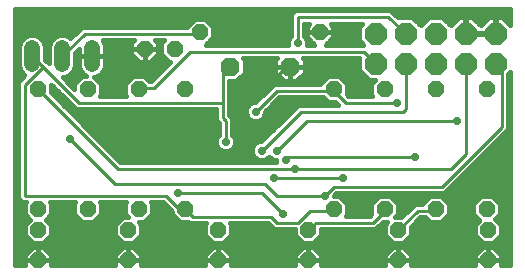
<source format=gbl>
G75*
%MOIN*%
%OFA0B0*%
%FSLAX25Y25*%
%IPPOS*%
%LPD*%
%AMOC8*
5,1,8,0,0,1.08239X$1,22.5*
%
%ADD10OC8,0.06300*%
%ADD11OC8,0.05200*%
%ADD12OC8,0.07400*%
%ADD13C,0.05200*%
%ADD14C,0.01000*%
%ADD15C,0.02800*%
%ADD16C,0.01600*%
%ADD17C,0.03569*%
%ADD18C,0.01200*%
D10*
X0089330Y0072582D03*
X0109330Y0072582D03*
D11*
X0123830Y0065082D03*
X0140830Y0065082D03*
X0157830Y0065082D03*
X0174830Y0065082D03*
X0119330Y0084082D03*
X0079330Y0084082D03*
X0070830Y0078582D03*
X0060830Y0078582D03*
X0058830Y0065082D03*
X0074330Y0065082D03*
X0041830Y0065082D03*
X0025330Y0065082D03*
X0025330Y0025082D03*
X0025330Y0018082D03*
X0041830Y0025082D03*
X0055330Y0018082D03*
X0058830Y0025082D03*
X0074330Y0025082D03*
X0085330Y0018082D03*
X0085330Y0008082D03*
X0115330Y0008082D03*
X0115330Y0018082D03*
X0123830Y0025082D03*
X0140830Y0025082D03*
X0145330Y0018082D03*
X0157830Y0025082D03*
X0174830Y0025082D03*
X0175330Y0018082D03*
X0175330Y0008082D03*
X0145330Y0008082D03*
X0055330Y0008082D03*
X0025330Y0008082D03*
D12*
X0137830Y0073582D03*
X0147830Y0073582D03*
X0157830Y0073582D03*
X0167830Y0073582D03*
X0177830Y0073582D03*
X0177830Y0083582D03*
X0167830Y0083582D03*
X0157830Y0083582D03*
X0147830Y0083582D03*
X0137830Y0083582D03*
D13*
X0043330Y0078682D02*
X0043330Y0073482D01*
X0033330Y0073482D02*
X0033330Y0078682D01*
X0023330Y0078682D02*
X0023330Y0073482D01*
D14*
X0023330Y0076082D02*
X0026830Y0072582D01*
X0020830Y0066582D01*
X0020830Y0029582D01*
X0067830Y0029582D01*
X0071830Y0025582D01*
X0073830Y0025582D01*
X0074330Y0025082D01*
X0076830Y0022582D01*
X0102830Y0022582D01*
X0104830Y0020582D01*
X0111830Y0020582D01*
X0115830Y0024582D01*
X0123830Y0024582D01*
X0123830Y0025082D01*
X0120830Y0029582D02*
X0104830Y0029582D01*
X0100830Y0033582D01*
X0050830Y0033582D01*
X0035830Y0048582D01*
X0051830Y0038582D02*
X0025330Y0065082D01*
X0026830Y0072582D02*
X0038830Y0060582D01*
X0086830Y0060582D01*
X0086830Y0055582D01*
X0087830Y0054582D01*
X0087830Y0047582D01*
X0099830Y0044582D02*
X0112830Y0057582D01*
X0146830Y0057582D01*
X0147830Y0058582D01*
X0147830Y0073582D01*
X0137830Y0073582D02*
X0133830Y0077582D01*
X0075830Y0077582D01*
X0063830Y0065582D01*
X0058830Y0065582D01*
X0058830Y0065082D01*
X0040830Y0083582D02*
X0033330Y0076082D01*
X0040830Y0083582D02*
X0078830Y0083582D01*
X0079330Y0084082D01*
X0086830Y0072582D02*
X0089330Y0072582D01*
X0086830Y0072582D02*
X0086830Y0060582D01*
X0090830Y0055582D02*
X0107830Y0072582D01*
X0109330Y0072582D01*
X0111830Y0080582D02*
X0111830Y0089082D01*
X0141830Y0089082D01*
X0147830Y0083582D01*
X0167830Y0073582D02*
X0167830Y0043582D01*
X0162830Y0038582D01*
X0110830Y0038582D01*
X0051830Y0038582D01*
X0071830Y0030582D02*
X0099830Y0030582D01*
X0106830Y0023582D01*
X0115330Y0018082D02*
X0117830Y0020582D01*
X0136830Y0020582D01*
X0140830Y0024582D01*
X0140830Y0025082D01*
X0145330Y0018082D02*
X0151830Y0024582D01*
X0157830Y0024582D01*
X0157830Y0025082D01*
X0159830Y0032582D02*
X0179830Y0052582D01*
X0179830Y0073582D01*
X0177830Y0073582D01*
X0144830Y0060582D02*
X0127830Y0060582D01*
X0123830Y0064582D01*
X0123830Y0065082D01*
X0123830Y0064582D02*
X0104830Y0064582D01*
X0097830Y0057582D01*
X0104830Y0044582D02*
X0114830Y0054582D01*
X0164830Y0054582D01*
X0150830Y0042582D02*
X0108830Y0042582D01*
X0107830Y0041582D01*
X0103830Y0035582D02*
X0126830Y0035582D01*
X0123830Y0032582D02*
X0159830Y0032582D01*
X0123830Y0032582D02*
X0120830Y0029582D01*
D15*
X0120830Y0029582D03*
X0126830Y0035582D03*
X0110830Y0038582D03*
X0107830Y0041582D03*
X0104830Y0044582D03*
X0099830Y0044582D03*
X0087830Y0047582D03*
X0090830Y0055582D03*
X0097830Y0057582D03*
X0103830Y0035582D03*
X0106830Y0023582D03*
X0071830Y0030582D03*
X0035830Y0048582D03*
X0111830Y0080582D03*
X0144830Y0060582D03*
X0164830Y0054582D03*
X0150830Y0042582D03*
D16*
X0017630Y0006382D02*
X0017630Y0091743D01*
X0182730Y0091743D01*
X0182730Y0086460D01*
X0180108Y0089082D01*
X0178030Y0089082D01*
X0178030Y0083782D01*
X0177630Y0083782D01*
X0177630Y0083382D01*
X0172330Y0083382D01*
X0168030Y0083382D01*
X0168030Y0083782D01*
X0177630Y0083782D01*
X0177630Y0089082D01*
X0175551Y0089082D01*
X0172830Y0086361D01*
X0170108Y0089082D01*
X0168030Y0089082D01*
X0168030Y0083782D01*
X0167630Y0083782D01*
X0167630Y0089082D01*
X0165551Y0089082D01*
X0162830Y0086361D01*
X0160108Y0089082D01*
X0155551Y0089082D01*
X0152830Y0086361D01*
X0150108Y0089082D01*
X0145551Y0089082D01*
X0145399Y0088930D01*
X0143421Y0090744D01*
X0142782Y0091382D01*
X0142724Y0091382D01*
X0142681Y0091422D01*
X0141780Y0091382D01*
X0110877Y0091382D01*
X0109530Y0090035D01*
X0109530Y0082808D01*
X0109117Y0082395D01*
X0108630Y0081219D01*
X0108630Y0079946D01*
X0108656Y0079882D01*
X0081352Y0079882D01*
X0083730Y0082260D01*
X0083730Y0085905D01*
X0081152Y0088482D01*
X0077507Y0088482D01*
X0074930Y0085905D01*
X0074930Y0085882D01*
X0039877Y0085882D01*
X0038530Y0084535D01*
X0036115Y0082120D01*
X0035822Y0082413D01*
X0034205Y0083082D01*
X0032454Y0083082D01*
X0030837Y0082413D01*
X0029599Y0081175D01*
X0028930Y0079558D01*
X0028930Y0073735D01*
X0027782Y0074882D01*
X0027730Y0074935D01*
X0027730Y0079558D01*
X0027060Y0081175D01*
X0025822Y0082413D01*
X0024205Y0083082D01*
X0022454Y0083082D01*
X0020837Y0082413D01*
X0019599Y0081175D01*
X0018930Y0079558D01*
X0018930Y0072607D01*
X0019599Y0070990D01*
X0020792Y0069797D01*
X0019877Y0068882D01*
X0018530Y0067535D01*
X0018530Y0028630D01*
X0019877Y0027282D01*
X0021307Y0027282D01*
X0020930Y0026905D01*
X0020930Y0023260D01*
X0022607Y0021582D01*
X0020930Y0019905D01*
X0020930Y0016260D01*
X0023507Y0013682D01*
X0027152Y0013682D01*
X0029730Y0016260D01*
X0029730Y0019905D01*
X0028052Y0021582D01*
X0029730Y0023260D01*
X0029730Y0026905D01*
X0029352Y0027282D01*
X0037807Y0027282D01*
X0037430Y0026905D01*
X0037430Y0023260D01*
X0040007Y0020682D01*
X0043652Y0020682D01*
X0046230Y0023260D01*
X0046230Y0026905D01*
X0045852Y0027282D01*
X0054807Y0027282D01*
X0054430Y0026905D01*
X0054430Y0023260D01*
X0055207Y0022482D01*
X0053507Y0022482D01*
X0050930Y0019905D01*
X0050930Y0016260D01*
X0053507Y0013682D01*
X0057152Y0013682D01*
X0059730Y0016260D01*
X0059730Y0019905D01*
X0058952Y0020682D01*
X0060652Y0020682D01*
X0063230Y0023260D01*
X0063230Y0026905D01*
X0062852Y0027282D01*
X0066877Y0027282D01*
X0069530Y0024630D01*
X0069930Y0024230D01*
X0069930Y0023260D01*
X0072507Y0020682D01*
X0075477Y0020682D01*
X0075877Y0020282D01*
X0081307Y0020282D01*
X0080930Y0019905D01*
X0080930Y0016260D01*
X0083507Y0013682D01*
X0087152Y0013682D01*
X0089730Y0016260D01*
X0089730Y0019905D01*
X0089352Y0020282D01*
X0101877Y0020282D01*
X0102530Y0019630D01*
X0103877Y0018282D01*
X0110930Y0018282D01*
X0110930Y0016260D01*
X0113507Y0013682D01*
X0117152Y0013682D01*
X0119730Y0016260D01*
X0119730Y0018282D01*
X0137782Y0018282D01*
X0140182Y0020682D01*
X0141707Y0020682D01*
X0140930Y0019905D01*
X0140930Y0016260D01*
X0143507Y0013682D01*
X0147152Y0013682D01*
X0149730Y0016260D01*
X0149730Y0019230D01*
X0152782Y0022282D01*
X0154407Y0022282D01*
X0156007Y0020682D01*
X0159652Y0020682D01*
X0162230Y0023260D01*
X0162230Y0026905D01*
X0159652Y0029482D01*
X0156007Y0029482D01*
X0153430Y0026905D01*
X0153430Y0026882D01*
X0150877Y0026882D01*
X0149530Y0025535D01*
X0146477Y0022482D01*
X0144452Y0022482D01*
X0145230Y0023260D01*
X0145230Y0026905D01*
X0142652Y0029482D01*
X0139007Y0029482D01*
X0136430Y0026905D01*
X0136430Y0023435D01*
X0135877Y0022882D01*
X0127852Y0022882D01*
X0128230Y0023260D01*
X0128230Y0026905D01*
X0125652Y0029482D01*
X0124030Y0029482D01*
X0124030Y0029530D01*
X0124782Y0030282D01*
X0160782Y0030282D01*
X0180782Y0050282D01*
X0182130Y0051630D01*
X0182130Y0070104D01*
X0182730Y0070705D01*
X0182730Y0006382D01*
X0179730Y0006382D01*
X0179730Y0008082D01*
X0175330Y0008082D01*
X0175330Y0008082D01*
X0179730Y0008082D01*
X0179730Y0009905D01*
X0177152Y0012482D01*
X0175330Y0012482D01*
X0175330Y0008083D01*
X0175330Y0008083D01*
X0175330Y0012482D01*
X0173507Y0012482D01*
X0170930Y0009905D01*
X0170930Y0008082D01*
X0170930Y0006382D01*
X0149730Y0006382D01*
X0149730Y0008082D01*
X0145330Y0008082D01*
X0145330Y0008082D01*
X0149730Y0008082D01*
X0149730Y0009905D01*
X0147152Y0012482D01*
X0145330Y0012482D01*
X0145330Y0008083D01*
X0145330Y0008083D01*
X0145330Y0012482D01*
X0143507Y0012482D01*
X0140930Y0009905D01*
X0140930Y0008082D01*
X0140930Y0006382D01*
X0119730Y0006382D01*
X0119730Y0008082D01*
X0115330Y0008082D01*
X0115330Y0008082D01*
X0119730Y0008082D01*
X0119730Y0009905D01*
X0117152Y0012482D01*
X0115330Y0012482D01*
X0115330Y0008083D01*
X0115330Y0008083D01*
X0115330Y0012482D01*
X0113507Y0012482D01*
X0110930Y0009905D01*
X0110930Y0008082D01*
X0110930Y0006382D01*
X0089730Y0006382D01*
X0089730Y0008082D01*
X0085330Y0008082D01*
X0085330Y0008082D01*
X0089730Y0008082D01*
X0089730Y0009905D01*
X0087152Y0012482D01*
X0085330Y0012482D01*
X0085330Y0008083D01*
X0085330Y0008083D01*
X0085330Y0012482D01*
X0083507Y0012482D01*
X0080930Y0009905D01*
X0080930Y0008082D01*
X0080930Y0006382D01*
X0059730Y0006382D01*
X0059730Y0008082D01*
X0055330Y0008082D01*
X0055330Y0008082D01*
X0059730Y0008082D01*
X0059730Y0009905D01*
X0057152Y0012482D01*
X0055330Y0012482D01*
X0055330Y0008083D01*
X0055330Y0008083D01*
X0055330Y0012482D01*
X0053507Y0012482D01*
X0050930Y0009905D01*
X0050930Y0008082D01*
X0050930Y0006382D01*
X0029730Y0006382D01*
X0029730Y0008082D01*
X0025330Y0008082D01*
X0025330Y0008082D01*
X0029730Y0008082D01*
X0029730Y0009905D01*
X0027152Y0012482D01*
X0025330Y0012482D01*
X0025330Y0008083D01*
X0025330Y0008083D01*
X0025330Y0012482D01*
X0023507Y0012482D01*
X0020930Y0009905D01*
X0020930Y0008082D01*
X0020930Y0006382D01*
X0017630Y0006382D01*
X0017630Y0006779D02*
X0020930Y0006779D01*
X0020930Y0008082D02*
X0025329Y0008082D01*
X0025329Y0008082D01*
X0020930Y0008082D01*
X0020930Y0008378D02*
X0017630Y0008378D01*
X0017630Y0009976D02*
X0021001Y0009976D01*
X0022600Y0011575D02*
X0017630Y0011575D01*
X0017630Y0013173D02*
X0182730Y0013173D01*
X0182730Y0011575D02*
X0178060Y0011575D01*
X0175330Y0011575D02*
X0175330Y0011575D01*
X0175330Y0009976D02*
X0175330Y0009976D01*
X0175330Y0008378D02*
X0175330Y0008378D01*
X0175329Y0008082D02*
X0175329Y0008082D01*
X0170930Y0008082D01*
X0175329Y0008082D01*
X0170930Y0008378D02*
X0149730Y0008378D01*
X0149730Y0006779D02*
X0170930Y0006779D01*
X0171001Y0009976D02*
X0149658Y0009976D01*
X0148060Y0011575D02*
X0172600Y0011575D01*
X0173507Y0013682D02*
X0177152Y0013682D01*
X0179730Y0016260D01*
X0179730Y0019905D01*
X0177802Y0021832D01*
X0179230Y0023260D01*
X0179230Y0026905D01*
X0176652Y0029482D01*
X0173007Y0029482D01*
X0170430Y0026905D01*
X0170430Y0023260D01*
X0172357Y0021332D01*
X0170930Y0019905D01*
X0170930Y0016260D01*
X0173507Y0013682D01*
X0172417Y0014772D02*
X0148242Y0014772D01*
X0149730Y0016370D02*
X0170930Y0016370D01*
X0170930Y0017969D02*
X0149730Y0017969D01*
X0150067Y0019568D02*
X0170930Y0019568D01*
X0172191Y0021166D02*
X0160136Y0021166D01*
X0161734Y0022765D02*
X0170925Y0022765D01*
X0170430Y0024363D02*
X0162230Y0024363D01*
X0162230Y0025962D02*
X0170430Y0025962D01*
X0171085Y0027560D02*
X0161574Y0027560D01*
X0159976Y0029159D02*
X0172683Y0029159D01*
X0176976Y0029159D02*
X0182730Y0029159D01*
X0182730Y0030757D02*
X0161257Y0030757D01*
X0162855Y0032356D02*
X0182730Y0032356D01*
X0182730Y0033954D02*
X0164454Y0033954D01*
X0166053Y0035553D02*
X0182730Y0035553D01*
X0182730Y0037151D02*
X0167651Y0037151D01*
X0169250Y0038750D02*
X0182730Y0038750D01*
X0182730Y0040348D02*
X0170848Y0040348D01*
X0172447Y0041947D02*
X0182730Y0041947D01*
X0182730Y0043545D02*
X0174045Y0043545D01*
X0175644Y0045144D02*
X0182730Y0045144D01*
X0182730Y0046742D02*
X0177242Y0046742D01*
X0178841Y0048341D02*
X0182730Y0048341D01*
X0182730Y0049939D02*
X0180439Y0049939D01*
X0182038Y0051538D02*
X0182730Y0051538D01*
X0182730Y0053136D02*
X0182130Y0053136D01*
X0182130Y0054735D02*
X0182730Y0054735D01*
X0182730Y0056333D02*
X0182130Y0056333D01*
X0182130Y0057932D02*
X0182730Y0057932D01*
X0182730Y0059530D02*
X0182130Y0059530D01*
X0182130Y0061129D02*
X0182730Y0061129D01*
X0182730Y0062727D02*
X0182130Y0062727D01*
X0182130Y0064326D02*
X0182730Y0064326D01*
X0182730Y0065924D02*
X0182130Y0065924D01*
X0182130Y0067523D02*
X0182730Y0067523D01*
X0182730Y0069121D02*
X0182130Y0069121D01*
X0177630Y0083508D02*
X0168030Y0083508D01*
X0168030Y0085106D02*
X0167630Y0085106D01*
X0167630Y0086705D02*
X0168030Y0086705D01*
X0168030Y0088303D02*
X0167630Y0088303D01*
X0164773Y0088303D02*
X0160887Y0088303D01*
X0162485Y0086705D02*
X0163174Y0086705D01*
X0154773Y0088303D02*
X0150887Y0088303D01*
X0152485Y0086705D02*
X0153174Y0086705D01*
X0144339Y0089902D02*
X0182730Y0089902D01*
X0182730Y0091501D02*
X0017630Y0091501D01*
X0017630Y0089902D02*
X0109530Y0089902D01*
X0109530Y0088303D02*
X0081331Y0088303D01*
X0082930Y0086705D02*
X0109530Y0086705D01*
X0109530Y0085106D02*
X0083730Y0085106D01*
X0083730Y0083508D02*
X0109530Y0083508D01*
X0108916Y0081909D02*
X0083379Y0081909D01*
X0081781Y0080311D02*
X0108630Y0080311D01*
X0114130Y0082808D02*
X0114130Y0086782D01*
X0115807Y0086782D01*
X0114930Y0085905D01*
X0114930Y0084082D01*
X0114930Y0082260D01*
X0117307Y0079882D01*
X0115003Y0079882D01*
X0115030Y0079946D01*
X0115030Y0081219D01*
X0114542Y0082395D01*
X0114130Y0082808D01*
X0114130Y0083508D02*
X0114930Y0083508D01*
X0114930Y0084082D02*
X0119329Y0084082D01*
X0119329Y0084082D01*
X0114930Y0084082D01*
X0114930Y0085106D02*
X0114130Y0085106D01*
X0114130Y0086705D02*
X0115730Y0086705D01*
X0119330Y0084082D02*
X0123730Y0084082D01*
X0119330Y0084082D01*
X0119330Y0084082D01*
X0123730Y0084082D02*
X0123730Y0082260D01*
X0121352Y0079882D01*
X0133751Y0079882D01*
X0132330Y0081304D01*
X0132330Y0085861D01*
X0133251Y0086782D01*
X0122852Y0086782D01*
X0123730Y0085905D01*
X0123730Y0084082D01*
X0123730Y0083508D02*
X0132330Y0083508D01*
X0132330Y0085106D02*
X0123730Y0085106D01*
X0122930Y0086705D02*
X0133174Y0086705D01*
X0132330Y0081909D02*
X0123379Y0081909D01*
X0121781Y0080311D02*
X0133323Y0080311D01*
X0132330Y0075282D02*
X0132330Y0071304D01*
X0135551Y0068082D01*
X0137607Y0068082D01*
X0136430Y0066905D01*
X0136430Y0063260D01*
X0136807Y0062882D01*
X0128782Y0062882D01*
X0128230Y0063435D01*
X0128230Y0066905D01*
X0125652Y0069482D01*
X0122007Y0069482D01*
X0119430Y0066905D01*
X0119430Y0066882D01*
X0103877Y0066882D01*
X0102530Y0065535D01*
X0097777Y0060782D01*
X0097193Y0060782D01*
X0096017Y0060295D01*
X0095117Y0059395D01*
X0094630Y0058219D01*
X0094630Y0056946D01*
X0095117Y0055770D01*
X0096017Y0054870D01*
X0097193Y0054382D01*
X0098466Y0054382D01*
X0099642Y0054870D01*
X0100542Y0055770D01*
X0101030Y0056946D01*
X0101030Y0057530D01*
X0105782Y0062282D01*
X0120407Y0062282D01*
X0122007Y0060682D01*
X0124477Y0060682D01*
X0125277Y0059882D01*
X0111877Y0059882D01*
X0110530Y0058535D01*
X0099777Y0047782D01*
X0099193Y0047782D01*
X0098017Y0047295D01*
X0097117Y0046395D01*
X0096630Y0045219D01*
X0096630Y0043946D01*
X0097117Y0042770D01*
X0098017Y0041870D01*
X0099193Y0041382D01*
X0100466Y0041382D01*
X0101642Y0041870D01*
X0102330Y0042557D01*
X0103017Y0041870D01*
X0104193Y0041382D01*
X0104630Y0041382D01*
X0104630Y0040946D01*
X0104656Y0040882D01*
X0052782Y0040882D01*
X0029730Y0063935D01*
X0029730Y0066430D01*
X0036530Y0059630D01*
X0036530Y0059630D01*
X0037877Y0058282D01*
X0084530Y0058282D01*
X0084530Y0054630D01*
X0085530Y0053630D01*
X0085530Y0049808D01*
X0085117Y0049395D01*
X0084630Y0048219D01*
X0084630Y0046946D01*
X0085117Y0045770D01*
X0086017Y0044870D01*
X0087193Y0044382D01*
X0088466Y0044382D01*
X0089642Y0044870D01*
X0090542Y0045770D01*
X0091030Y0046946D01*
X0091030Y0048219D01*
X0090542Y0049395D01*
X0090130Y0049808D01*
X0090130Y0055535D01*
X0089130Y0056535D01*
X0089130Y0067632D01*
X0091380Y0067632D01*
X0094280Y0070532D01*
X0094280Y0074633D01*
X0093630Y0075282D01*
X0105029Y0075282D01*
X0104380Y0074633D01*
X0104380Y0072582D01*
X0104380Y0070532D01*
X0107279Y0067632D01*
X0109330Y0067632D01*
X0111380Y0067632D01*
X0114280Y0070532D01*
X0114280Y0072582D01*
X0109330Y0072582D01*
X0109330Y0072582D01*
X0109330Y0067632D01*
X0109330Y0072582D01*
X0109330Y0072582D01*
X0114280Y0072582D01*
X0114280Y0074633D01*
X0113630Y0075282D01*
X0132330Y0075282D01*
X0132330Y0073917D02*
X0114280Y0073917D01*
X0114280Y0072318D02*
X0132330Y0072318D01*
X0132914Y0070720D02*
X0114280Y0070720D01*
X0112869Y0069121D02*
X0121646Y0069121D01*
X0120048Y0067523D02*
X0089130Y0067523D01*
X0089130Y0065924D02*
X0102919Y0065924D01*
X0101320Y0064326D02*
X0089130Y0064326D01*
X0089130Y0062727D02*
X0099722Y0062727D01*
X0098123Y0061129D02*
X0089130Y0061129D01*
X0089130Y0059530D02*
X0095252Y0059530D01*
X0094630Y0057932D02*
X0089130Y0057932D01*
X0089331Y0056333D02*
X0094883Y0056333D01*
X0096342Y0054735D02*
X0090130Y0054735D01*
X0090130Y0053136D02*
X0105131Y0053136D01*
X0106729Y0054735D02*
X0099317Y0054735D01*
X0100776Y0056333D02*
X0108328Y0056333D01*
X0109926Y0057932D02*
X0101432Y0057932D01*
X0103030Y0059530D02*
X0111525Y0059530D01*
X0104629Y0061129D02*
X0121561Y0061129D01*
X0128230Y0064326D02*
X0136430Y0064326D01*
X0136430Y0065924D02*
X0128230Y0065924D01*
X0127612Y0067523D02*
X0137048Y0067523D01*
X0134512Y0069121D02*
X0126013Y0069121D01*
X0109330Y0069121D02*
X0109330Y0069121D01*
X0109330Y0070720D02*
X0109330Y0070720D01*
X0109330Y0072318D02*
X0109330Y0072318D01*
X0109329Y0072582D02*
X0104380Y0072582D01*
X0109329Y0072582D01*
X0109329Y0072582D01*
X0104380Y0072318D02*
X0094280Y0072318D01*
X0094280Y0073917D02*
X0104380Y0073917D01*
X0104380Y0070720D02*
X0094280Y0070720D01*
X0092869Y0069121D02*
X0105790Y0069121D01*
X0084530Y0057932D02*
X0035733Y0057932D01*
X0036629Y0059530D02*
X0034134Y0059530D01*
X0035031Y0061129D02*
X0032536Y0061129D01*
X0033432Y0062727D02*
X0030937Y0062727D01*
X0031834Y0064326D02*
X0029730Y0064326D01*
X0029730Y0065924D02*
X0030235Y0065924D01*
X0035142Y0067523D02*
X0038048Y0067523D01*
X0037430Y0066905D02*
X0037430Y0065235D01*
X0033582Y0069082D01*
X0034205Y0069082D01*
X0035822Y0069752D01*
X0037060Y0070990D01*
X0037730Y0072607D01*
X0037730Y0077230D01*
X0038930Y0078430D01*
X0038930Y0076082D01*
X0038930Y0073136D01*
X0039038Y0072452D01*
X0039252Y0071793D01*
X0039566Y0071176D01*
X0039973Y0070616D01*
X0040463Y0070126D01*
X0041024Y0069719D01*
X0041488Y0069482D01*
X0040007Y0069482D01*
X0037430Y0066905D01*
X0037430Y0065924D02*
X0036740Y0065924D01*
X0034299Y0069121D02*
X0039646Y0069121D01*
X0039898Y0070720D02*
X0036790Y0070720D01*
X0037610Y0072318D02*
X0039081Y0072318D01*
X0038930Y0073917D02*
X0037730Y0073917D01*
X0037730Y0075515D02*
X0038930Y0075515D01*
X0038930Y0076082D02*
X0043329Y0076082D01*
X0043329Y0076082D01*
X0038930Y0076082D01*
X0038930Y0077114D02*
X0037730Y0077114D01*
X0043330Y0076082D02*
X0047730Y0076082D01*
X0043330Y0076082D01*
X0043330Y0076082D01*
X0047730Y0076082D02*
X0047730Y0079029D01*
X0047621Y0079713D01*
X0047407Y0080371D01*
X0047093Y0080988D01*
X0046879Y0081282D01*
X0057307Y0081282D01*
X0056430Y0080405D01*
X0056430Y0078582D01*
X0056430Y0076760D01*
X0059007Y0074182D01*
X0060830Y0074182D01*
X0062652Y0074182D01*
X0065230Y0076760D01*
X0065230Y0078582D01*
X0060830Y0078582D01*
X0060830Y0078582D01*
X0060830Y0074182D01*
X0060830Y0078582D01*
X0060830Y0078582D01*
X0065230Y0078582D01*
X0065230Y0080405D01*
X0064352Y0081282D01*
X0067307Y0081282D01*
X0066430Y0080405D01*
X0066430Y0076760D01*
X0069007Y0074182D01*
X0069177Y0074182D01*
X0062877Y0067882D01*
X0062252Y0067882D01*
X0060652Y0069482D01*
X0057007Y0069482D01*
X0054430Y0066905D01*
X0054430Y0063260D01*
X0054807Y0062882D01*
X0045852Y0062882D01*
X0046230Y0063260D01*
X0046230Y0066905D01*
X0044001Y0069134D01*
X0044360Y0069191D01*
X0045019Y0069405D01*
X0045636Y0069719D01*
X0046196Y0070126D01*
X0046686Y0070616D01*
X0047093Y0071176D01*
X0047407Y0071793D01*
X0047621Y0072452D01*
X0047730Y0073136D01*
X0047730Y0076082D01*
X0047730Y0075515D02*
X0057674Y0075515D01*
X0056430Y0077114D02*
X0047730Y0077114D01*
X0047730Y0078712D02*
X0056430Y0078712D01*
X0056430Y0078582D02*
X0060829Y0078582D01*
X0056430Y0078582D01*
X0056430Y0080311D02*
X0047427Y0080311D01*
X0039101Y0085106D02*
X0017630Y0085106D01*
X0017630Y0086705D02*
X0075730Y0086705D01*
X0077328Y0088303D02*
X0017630Y0088303D01*
X0017630Y0083508D02*
X0037502Y0083508D01*
X0030334Y0081909D02*
X0026325Y0081909D01*
X0027418Y0080311D02*
X0029242Y0080311D01*
X0028930Y0078712D02*
X0027730Y0078712D01*
X0027730Y0077114D02*
X0028930Y0077114D01*
X0028930Y0075515D02*
X0027730Y0075515D01*
X0027782Y0074882D02*
X0027782Y0074882D01*
X0028748Y0073917D02*
X0028930Y0073917D01*
X0019870Y0070720D02*
X0017630Y0070720D01*
X0017630Y0072318D02*
X0019049Y0072318D01*
X0018930Y0073917D02*
X0017630Y0073917D01*
X0017630Y0075515D02*
X0018930Y0075515D01*
X0018930Y0077114D02*
X0017630Y0077114D01*
X0017630Y0078712D02*
X0018930Y0078712D01*
X0019242Y0080311D02*
X0017630Y0080311D01*
X0017630Y0081909D02*
X0020334Y0081909D01*
X0020116Y0069121D02*
X0017630Y0069121D01*
X0017630Y0067523D02*
X0018530Y0067523D01*
X0018530Y0065924D02*
X0017630Y0065924D01*
X0017630Y0064326D02*
X0018530Y0064326D01*
X0018530Y0062727D02*
X0017630Y0062727D01*
X0017630Y0061129D02*
X0018530Y0061129D01*
X0018530Y0059530D02*
X0017630Y0059530D01*
X0017630Y0057932D02*
X0018530Y0057932D01*
X0018530Y0056333D02*
X0017630Y0056333D01*
X0017630Y0054735D02*
X0018530Y0054735D01*
X0018530Y0053136D02*
X0017630Y0053136D01*
X0017630Y0051538D02*
X0018530Y0051538D01*
X0018530Y0049939D02*
X0017630Y0049939D01*
X0017630Y0048341D02*
X0018530Y0048341D01*
X0018530Y0046742D02*
X0017630Y0046742D01*
X0017630Y0045144D02*
X0018530Y0045144D01*
X0018530Y0043545D02*
X0017630Y0043545D01*
X0017630Y0041947D02*
X0018530Y0041947D01*
X0018530Y0040348D02*
X0017630Y0040348D01*
X0017630Y0038750D02*
X0018530Y0038750D01*
X0018530Y0037151D02*
X0017630Y0037151D01*
X0017630Y0035553D02*
X0018530Y0035553D01*
X0018530Y0033954D02*
X0017630Y0033954D01*
X0017630Y0032356D02*
X0018530Y0032356D01*
X0018530Y0030757D02*
X0017630Y0030757D01*
X0017630Y0029159D02*
X0018530Y0029159D01*
X0017630Y0027560D02*
X0019599Y0027560D01*
X0020930Y0025962D02*
X0017630Y0025962D01*
X0017630Y0024363D02*
X0020930Y0024363D01*
X0021425Y0022765D02*
X0017630Y0022765D01*
X0017630Y0021166D02*
X0022191Y0021166D01*
X0020930Y0019568D02*
X0017630Y0019568D01*
X0017630Y0017969D02*
X0020930Y0017969D01*
X0020930Y0016370D02*
X0017630Y0016370D01*
X0017630Y0014772D02*
X0022417Y0014772D01*
X0025330Y0011575D02*
X0025330Y0011575D01*
X0028060Y0011575D02*
X0052600Y0011575D01*
X0055330Y0011575D02*
X0055330Y0011575D01*
X0058060Y0011575D02*
X0082600Y0011575D01*
X0085330Y0011575D02*
X0085330Y0011575D01*
X0088060Y0011575D02*
X0112600Y0011575D01*
X0115330Y0011575D02*
X0115330Y0011575D01*
X0118060Y0011575D02*
X0142600Y0011575D01*
X0145330Y0011575D02*
X0145330Y0011575D01*
X0145330Y0009976D02*
X0145330Y0009976D01*
X0145330Y0008378D02*
X0145330Y0008378D01*
X0145329Y0008082D02*
X0145329Y0008082D01*
X0140930Y0008082D01*
X0145329Y0008082D01*
X0140930Y0008378D02*
X0119730Y0008378D01*
X0119730Y0006779D02*
X0140930Y0006779D01*
X0141001Y0009976D02*
X0119658Y0009976D01*
X0115330Y0009976D02*
X0115330Y0009976D01*
X0115330Y0008378D02*
X0115330Y0008378D01*
X0115329Y0008082D02*
X0115329Y0008082D01*
X0110930Y0008082D01*
X0115329Y0008082D01*
X0110930Y0008378D02*
X0089730Y0008378D01*
X0089730Y0006779D02*
X0110930Y0006779D01*
X0111001Y0009976D02*
X0089658Y0009976D01*
X0085330Y0009976D02*
X0085330Y0009976D01*
X0085330Y0008378D02*
X0085330Y0008378D01*
X0085329Y0008082D02*
X0085329Y0008082D01*
X0080930Y0008082D01*
X0085329Y0008082D01*
X0080930Y0008378D02*
X0059730Y0008378D01*
X0059730Y0006779D02*
X0080930Y0006779D01*
X0081001Y0009976D02*
X0059658Y0009976D01*
X0055330Y0009976D02*
X0055330Y0009976D01*
X0055330Y0008378D02*
X0055330Y0008378D01*
X0055329Y0008082D02*
X0055329Y0008082D01*
X0050930Y0008082D01*
X0055329Y0008082D01*
X0050930Y0008378D02*
X0029730Y0008378D01*
X0029730Y0006779D02*
X0050930Y0006779D01*
X0051001Y0009976D02*
X0029658Y0009976D01*
X0025330Y0009976D02*
X0025330Y0009976D01*
X0025330Y0008378D02*
X0025330Y0008378D01*
X0028242Y0014772D02*
X0052417Y0014772D01*
X0050930Y0016370D02*
X0029730Y0016370D01*
X0029730Y0017969D02*
X0050930Y0017969D01*
X0050930Y0019568D02*
X0029730Y0019568D01*
X0028469Y0021166D02*
X0039523Y0021166D01*
X0037925Y0022765D02*
X0029234Y0022765D01*
X0029730Y0024363D02*
X0037430Y0024363D01*
X0037430Y0025962D02*
X0029730Y0025962D01*
X0044136Y0021166D02*
X0052191Y0021166D01*
X0054925Y0022765D02*
X0045734Y0022765D01*
X0046230Y0024363D02*
X0054430Y0024363D01*
X0054430Y0025962D02*
X0046230Y0025962D01*
X0059730Y0019568D02*
X0080930Y0019568D01*
X0080930Y0017969D02*
X0059730Y0017969D01*
X0059730Y0016370D02*
X0080930Y0016370D01*
X0082417Y0014772D02*
X0058242Y0014772D01*
X0061136Y0021166D02*
X0072023Y0021166D01*
X0070425Y0022765D02*
X0062734Y0022765D01*
X0063230Y0024363D02*
X0069796Y0024363D01*
X0068198Y0025962D02*
X0063230Y0025962D01*
X0089730Y0019568D02*
X0102592Y0019568D01*
X0110930Y0017969D02*
X0089730Y0017969D01*
X0089730Y0016370D02*
X0110930Y0016370D01*
X0112417Y0014772D02*
X0088242Y0014772D01*
X0118242Y0014772D02*
X0142417Y0014772D01*
X0140930Y0016370D02*
X0119730Y0016370D01*
X0119730Y0017969D02*
X0140930Y0017969D01*
X0140930Y0019568D02*
X0139067Y0019568D01*
X0144734Y0022765D02*
X0146759Y0022765D01*
X0145230Y0024363D02*
X0148358Y0024363D01*
X0149956Y0025962D02*
X0145230Y0025962D01*
X0144574Y0027560D02*
X0154085Y0027560D01*
X0155683Y0029159D02*
X0142976Y0029159D01*
X0138683Y0029159D02*
X0125976Y0029159D01*
X0127574Y0027560D02*
X0137085Y0027560D01*
X0136430Y0025962D02*
X0128230Y0025962D01*
X0128230Y0024363D02*
X0136430Y0024363D01*
X0151666Y0021166D02*
X0155523Y0021166D01*
X0178242Y0014772D02*
X0182730Y0014772D01*
X0182730Y0016370D02*
X0179730Y0016370D01*
X0179730Y0017969D02*
X0182730Y0017969D01*
X0182730Y0019568D02*
X0179730Y0019568D01*
X0178469Y0021166D02*
X0182730Y0021166D01*
X0182730Y0022765D02*
X0178734Y0022765D01*
X0179230Y0024363D02*
X0182730Y0024363D01*
X0182730Y0025962D02*
X0179230Y0025962D01*
X0178574Y0027560D02*
X0182730Y0027560D01*
X0182730Y0009976D02*
X0179658Y0009976D01*
X0179730Y0008378D02*
X0182730Y0008378D01*
X0182730Y0006779D02*
X0179730Y0006779D01*
X0102940Y0041947D02*
X0101719Y0041947D01*
X0097940Y0041947D02*
X0051718Y0041947D01*
X0050119Y0043545D02*
X0096796Y0043545D01*
X0096630Y0045144D02*
X0089916Y0045144D01*
X0090945Y0046742D02*
X0097464Y0046742D01*
X0100335Y0048341D02*
X0090979Y0048341D01*
X0090130Y0049939D02*
X0101934Y0049939D01*
X0103532Y0051538D02*
X0090130Y0051538D01*
X0085530Y0051538D02*
X0042127Y0051538D01*
X0040528Y0053136D02*
X0085530Y0053136D01*
X0084530Y0054735D02*
X0038930Y0054735D01*
X0037331Y0056333D02*
X0084530Y0056333D01*
X0085530Y0049939D02*
X0043725Y0049939D01*
X0045324Y0048341D02*
X0084680Y0048341D01*
X0084714Y0046742D02*
X0046922Y0046742D01*
X0048521Y0045144D02*
X0085743Y0045144D01*
X0054430Y0064326D02*
X0046230Y0064326D01*
X0046230Y0065924D02*
X0054430Y0065924D01*
X0055048Y0067523D02*
X0045612Y0067523D01*
X0044013Y0069121D02*
X0056646Y0069121D01*
X0061013Y0069121D02*
X0064116Y0069121D01*
X0065714Y0070720D02*
X0046761Y0070720D01*
X0047578Y0072318D02*
X0067313Y0072318D01*
X0068911Y0073917D02*
X0047730Y0073917D01*
X0060830Y0075515D02*
X0060830Y0075515D01*
X0060830Y0077114D02*
X0060830Y0077114D01*
X0060829Y0078582D02*
X0060829Y0078582D01*
X0065230Y0078712D02*
X0066430Y0078712D01*
X0066430Y0077114D02*
X0065230Y0077114D01*
X0063985Y0075515D02*
X0067674Y0075515D01*
X0066430Y0080311D02*
X0065230Y0080311D01*
X0114744Y0081909D02*
X0115280Y0081909D01*
X0115030Y0080311D02*
X0116879Y0080311D01*
X0170887Y0088303D02*
X0174773Y0088303D01*
X0177630Y0088303D02*
X0178030Y0088303D01*
X0178030Y0086705D02*
X0177630Y0086705D01*
X0177630Y0085106D02*
X0178030Y0085106D01*
X0173174Y0086705D02*
X0172485Y0086705D01*
X0180887Y0088303D02*
X0182730Y0088303D01*
X0182730Y0086705D02*
X0182485Y0086705D01*
D17*
X0162830Y0090082D03*
X0127330Y0081082D03*
X0124830Y0072082D03*
X0086330Y0088082D03*
X0051830Y0089582D03*
X0050330Y0073082D03*
X0049830Y0055082D03*
D18*
X0086330Y0088082D02*
X0089830Y0091582D01*
X0158830Y0091582D01*
X0160330Y0090082D01*
X0162830Y0090082D01*
M02*

</source>
